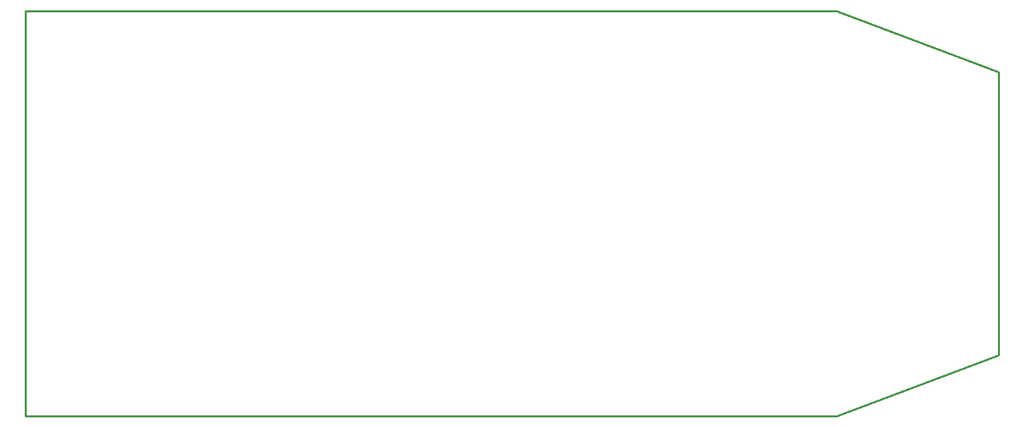
<source format=gko>
G04 Layer: BoardOutlineLayer*
G04 EasyEDA v6.5.23, 2023-09-19 16:20:23*
G04 fec3ef732f994282af85564de1ff210d,c045908398b64bc89dde678931a0b1f3,10*
G04 Gerber Generator version 0.2*
G04 Scale: 100 percent, Rotated: No, Reflected: No *
G04 Dimensions in millimeters *
G04 leading zeros omitted , absolute positions ,4 integer and 5 decimal *
%FSLAX45Y45*%
%MOMM*%

%ADD10C,0.2540*%
D10*
X-1059687Y8113395D02*
G01*
X-1059687Y3113404D01*
X8940291Y3113404D01*
X10940288Y3863403D01*
X10940288Y7363396D01*
X8940291Y8113395D01*
X-1059687Y8113395D01*

%LPD*%
M02*

</source>
